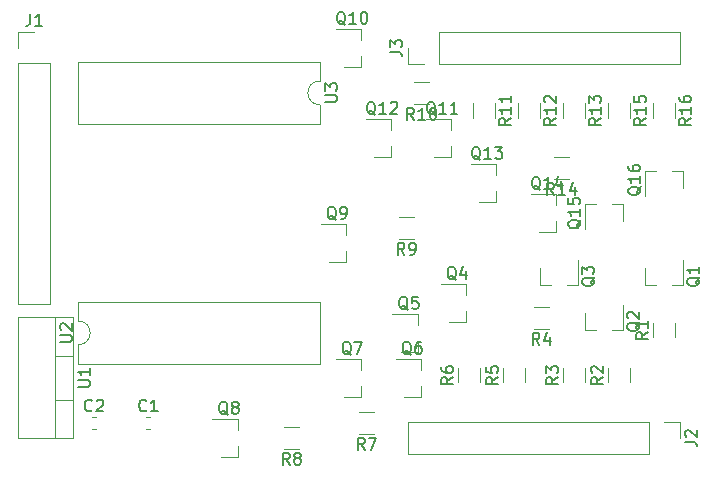
<source format=gto>
G04 #@! TF.GenerationSoftware,KiCad,Pcbnew,5.0.1*
G04 #@! TF.CreationDate,2019-01-20T00:11:34+01:00*
G04 #@! TF.ProjectId,Powerstage,506F77657273746167652E6B69636164,rev?*
G04 #@! TF.SameCoordinates,Original*
G04 #@! TF.FileFunction,Legend,Top*
G04 #@! TF.FilePolarity,Positive*
%FSLAX46Y46*%
G04 Gerber Fmt 4.6, Leading zero omitted, Abs format (unit mm)*
G04 Created by KiCad (PCBNEW 5.0.1) date So 20 Jan 2019 00:11:34 CET*
%MOMM*%
%LPD*%
G01*
G04 APERTURE LIST*
%ADD10C,0.120000*%
%ADD11C,0.150000*%
G04 APERTURE END LIST*
D10*
G04 #@! TO.C,U1*
X113760000Y-101560000D02*
X113760000Y-111800000D01*
X109119000Y-101560000D02*
X109119000Y-111800000D01*
X113760000Y-101560000D02*
X109119000Y-101560000D01*
X113760000Y-111800000D02*
X109119000Y-111800000D01*
X112250000Y-101560000D02*
X112250000Y-111800000D01*
X113760000Y-104830000D02*
X112250000Y-104830000D01*
X113760000Y-108531000D02*
X112250000Y-108531000D01*
G04 #@! TO.C,U2*
X114240000Y-101870000D02*
G75*
G02X114240000Y-103870000I0J-1000000D01*
G01*
X114240000Y-103870000D02*
X114240000Y-105520000D01*
X114240000Y-105520000D02*
X134680000Y-105520000D01*
X134680000Y-105520000D02*
X134680000Y-100220000D01*
X134680000Y-100220000D02*
X114240000Y-100220000D01*
X114240000Y-100220000D02*
X114240000Y-101870000D01*
G04 #@! TO.C,C1*
X120004721Y-111000000D02*
X120330279Y-111000000D01*
X120004721Y-109980000D02*
X120330279Y-109980000D01*
G04 #@! TO.C,C2*
X115407221Y-109980000D02*
X115732779Y-109980000D01*
X115407221Y-111000000D02*
X115732779Y-111000000D01*
G04 #@! TO.C,J1*
X109160000Y-77410000D02*
X110490000Y-77410000D01*
X109160000Y-78740000D02*
X109160000Y-77410000D01*
X109160000Y-80010000D02*
X111820000Y-80010000D01*
X111820000Y-80010000D02*
X111820000Y-100390000D01*
X109160000Y-80010000D02*
X109160000Y-100390000D01*
X109160000Y-100390000D02*
X111820000Y-100390000D01*
G04 #@! TO.C,J2*
X142180000Y-110430000D02*
X142180000Y-113090000D01*
X162560000Y-110430000D02*
X142180000Y-110430000D01*
X162560000Y-113090000D02*
X142180000Y-113090000D01*
X162560000Y-110430000D02*
X162560000Y-113090000D01*
X163830000Y-110430000D02*
X165160000Y-110430000D01*
X165160000Y-110430000D02*
X165160000Y-111760000D01*
G04 #@! TO.C,J3*
X165160000Y-80070000D02*
X165160000Y-77410000D01*
X144780000Y-80070000D02*
X165160000Y-80070000D01*
X144780000Y-77410000D02*
X165160000Y-77410000D01*
X144780000Y-80070000D02*
X144780000Y-77410000D01*
X143510000Y-80070000D02*
X142180000Y-80070000D01*
X142180000Y-80070000D02*
X142180000Y-78740000D01*
G04 #@! TO.C,Q1*
X162250000Y-98820000D02*
X162250000Y-97360000D01*
X165410000Y-98820000D02*
X165410000Y-96660000D01*
X165410000Y-98820000D02*
X164480000Y-98820000D01*
X162250000Y-98820000D02*
X163180000Y-98820000D01*
G04 #@! TO.C,Q2*
X157170000Y-102630000D02*
X157170000Y-101170000D01*
X160330000Y-102630000D02*
X160330000Y-100470000D01*
X160330000Y-102630000D02*
X159400000Y-102630000D01*
X157170000Y-102630000D02*
X158100000Y-102630000D01*
G04 #@! TO.C,Q3*
X153360000Y-98820000D02*
X154290000Y-98820000D01*
X156520000Y-98820000D02*
X155590000Y-98820000D01*
X156520000Y-98820000D02*
X156520000Y-96660000D01*
X153360000Y-98820000D02*
X153360000Y-97360000D01*
G04 #@! TO.C,Q4*
X147080000Y-101910000D02*
X147080000Y-100980000D01*
X147080000Y-98750000D02*
X147080000Y-99680000D01*
X147080000Y-98750000D02*
X144920000Y-98750000D01*
X147080000Y-101910000D02*
X145620000Y-101910000D01*
G04 #@! TO.C,Q5*
X143000000Y-104450000D02*
X141540000Y-104450000D01*
X143000000Y-101290000D02*
X140840000Y-101290000D01*
X143000000Y-101290000D02*
X143000000Y-102220000D01*
X143000000Y-104450000D02*
X143000000Y-103520000D01*
G04 #@! TO.C,Q6*
X143270000Y-108260000D02*
X143270000Y-107330000D01*
X143270000Y-105100000D02*
X143270000Y-106030000D01*
X143270000Y-105100000D02*
X141110000Y-105100000D01*
X143270000Y-108260000D02*
X141810000Y-108260000D01*
G04 #@! TO.C,Q7*
X138190000Y-108260000D02*
X136730000Y-108260000D01*
X138190000Y-105100000D02*
X136030000Y-105100000D01*
X138190000Y-105100000D02*
X138190000Y-106030000D01*
X138190000Y-108260000D02*
X138190000Y-107330000D01*
G04 #@! TO.C,Q8*
X127760000Y-113340000D02*
X127760000Y-112410000D01*
X127760000Y-110180000D02*
X127760000Y-111110000D01*
X127760000Y-110180000D02*
X125600000Y-110180000D01*
X127760000Y-113340000D02*
X126300000Y-113340000D01*
G04 #@! TO.C,Q9*
X136920000Y-96830000D02*
X135460000Y-96830000D01*
X136920000Y-93670000D02*
X134760000Y-93670000D01*
X136920000Y-93670000D02*
X136920000Y-94600000D01*
X136920000Y-96830000D02*
X136920000Y-95900000D01*
G04 #@! TO.C,Q10*
X138190000Y-80320000D02*
X136730000Y-80320000D01*
X138190000Y-77160000D02*
X136030000Y-77160000D01*
X138190000Y-77160000D02*
X138190000Y-78090000D01*
X138190000Y-80320000D02*
X138190000Y-79390000D01*
G04 #@! TO.C,Q11*
X145810000Y-87940000D02*
X145810000Y-87010000D01*
X145810000Y-84780000D02*
X145810000Y-85710000D01*
X145810000Y-84780000D02*
X143650000Y-84780000D01*
X145810000Y-87940000D02*
X144350000Y-87940000D01*
G04 #@! TO.C,Q12*
X140730000Y-87940000D02*
X140730000Y-87010000D01*
X140730000Y-84780000D02*
X140730000Y-85710000D01*
X140730000Y-84780000D02*
X138570000Y-84780000D01*
X140730000Y-87940000D02*
X139270000Y-87940000D01*
G04 #@! TO.C,Q13*
X149620000Y-91750000D02*
X148160000Y-91750000D01*
X149620000Y-88590000D02*
X147460000Y-88590000D01*
X149620000Y-88590000D02*
X149620000Y-89520000D01*
X149620000Y-91750000D02*
X149620000Y-90820000D01*
G04 #@! TO.C,Q14*
X154700000Y-94290000D02*
X154700000Y-93360000D01*
X154700000Y-91130000D02*
X154700000Y-92060000D01*
X154700000Y-91130000D02*
X152540000Y-91130000D01*
X154700000Y-94290000D02*
X153240000Y-94290000D01*
G04 #@! TO.C,Q15*
X160330000Y-91950000D02*
X160330000Y-93410000D01*
X157170000Y-91950000D02*
X157170000Y-94110000D01*
X157170000Y-91950000D02*
X158100000Y-91950000D01*
X160330000Y-91950000D02*
X159400000Y-91950000D01*
G04 #@! TO.C,Q16*
X165410000Y-89140000D02*
X164480000Y-89140000D01*
X162250000Y-89140000D02*
X163180000Y-89140000D01*
X162250000Y-89140000D02*
X162250000Y-91300000D01*
X165410000Y-89140000D02*
X165410000Y-90600000D01*
G04 #@! TO.C,R1*
X164740000Y-103254564D02*
X164740000Y-102050436D01*
X162920000Y-103254564D02*
X162920000Y-102050436D01*
G04 #@! TO.C,R2*
X159110000Y-107064564D02*
X159110000Y-105860436D01*
X160930000Y-107064564D02*
X160930000Y-105860436D01*
G04 #@! TO.C,R3*
X157120000Y-107064564D02*
X157120000Y-105860436D01*
X155300000Y-107064564D02*
X155300000Y-105860436D01*
G04 #@! TO.C,R4*
X154054564Y-102510000D02*
X152850436Y-102510000D01*
X154054564Y-100690000D02*
X152850436Y-100690000D01*
G04 #@! TO.C,R5*
X152040000Y-107064564D02*
X152040000Y-105860436D01*
X150220000Y-107064564D02*
X150220000Y-105860436D01*
G04 #@! TO.C,R6*
X146410000Y-107064564D02*
X146410000Y-105860436D01*
X148230000Y-107064564D02*
X148230000Y-105860436D01*
G04 #@! TO.C,R7*
X139249564Y-111400000D02*
X138045436Y-111400000D01*
X139249564Y-109580000D02*
X138045436Y-109580000D01*
G04 #@! TO.C,R8*
X132899564Y-110850000D02*
X131695436Y-110850000D01*
X132899564Y-112670000D02*
X131695436Y-112670000D01*
G04 #@! TO.C,R9*
X142624564Y-94890000D02*
X141420436Y-94890000D01*
X142624564Y-93070000D02*
X141420436Y-93070000D01*
G04 #@! TO.C,R10*
X143894564Y-81640000D02*
X142690436Y-81640000D01*
X143894564Y-83460000D02*
X142690436Y-83460000D01*
G04 #@! TO.C,R11*
X149500000Y-83435436D02*
X149500000Y-84639564D01*
X147680000Y-83435436D02*
X147680000Y-84639564D01*
G04 #@! TO.C,R12*
X151490000Y-83435436D02*
X151490000Y-84639564D01*
X153310000Y-83435436D02*
X153310000Y-84639564D01*
G04 #@! TO.C,R13*
X157120000Y-83435436D02*
X157120000Y-84639564D01*
X155300000Y-83435436D02*
X155300000Y-84639564D01*
G04 #@! TO.C,R14*
X155759564Y-87990000D02*
X154555436Y-87990000D01*
X155759564Y-89810000D02*
X154555436Y-89810000D01*
G04 #@! TO.C,R15*
X160930000Y-83435436D02*
X160930000Y-84639564D01*
X159110000Y-83435436D02*
X159110000Y-84639564D01*
G04 #@! TO.C,R16*
X162920000Y-83435436D02*
X162920000Y-84639564D01*
X164740000Y-83435436D02*
X164740000Y-84639564D01*
G04 #@! TO.C,U3*
X134680000Y-85200000D02*
X134680000Y-83550000D01*
X114240000Y-85200000D02*
X134680000Y-85200000D01*
X114240000Y-79900000D02*
X114240000Y-85200000D01*
X134680000Y-79900000D02*
X114240000Y-79900000D01*
X134680000Y-81550000D02*
X134680000Y-79900000D01*
X134680000Y-83550000D02*
G75*
G02X134680000Y-81550000I0J1000000D01*
G01*
G04 #@! TO.C,U1*
D11*
X114212380Y-107441904D02*
X115021904Y-107441904D01*
X115117142Y-107394285D01*
X115164761Y-107346666D01*
X115212380Y-107251428D01*
X115212380Y-107060952D01*
X115164761Y-106965714D01*
X115117142Y-106918095D01*
X115021904Y-106870476D01*
X114212380Y-106870476D01*
X115212380Y-105870476D02*
X115212380Y-106441904D01*
X115212380Y-106156190D02*
X114212380Y-106156190D01*
X114355238Y-106251428D01*
X114450476Y-106346666D01*
X114498095Y-106441904D01*
G04 #@! TO.C,U2*
X112692380Y-103631904D02*
X113501904Y-103631904D01*
X113597142Y-103584285D01*
X113644761Y-103536666D01*
X113692380Y-103441428D01*
X113692380Y-103250952D01*
X113644761Y-103155714D01*
X113597142Y-103108095D01*
X113501904Y-103060476D01*
X112692380Y-103060476D01*
X112787619Y-102631904D02*
X112740000Y-102584285D01*
X112692380Y-102489047D01*
X112692380Y-102250952D01*
X112740000Y-102155714D01*
X112787619Y-102108095D01*
X112882857Y-102060476D01*
X112978095Y-102060476D01*
X113120952Y-102108095D01*
X113692380Y-102679523D01*
X113692380Y-102060476D01*
G04 #@! TO.C,C1*
X120000833Y-109417142D02*
X119953214Y-109464761D01*
X119810357Y-109512380D01*
X119715119Y-109512380D01*
X119572261Y-109464761D01*
X119477023Y-109369523D01*
X119429404Y-109274285D01*
X119381785Y-109083809D01*
X119381785Y-108940952D01*
X119429404Y-108750476D01*
X119477023Y-108655238D01*
X119572261Y-108560000D01*
X119715119Y-108512380D01*
X119810357Y-108512380D01*
X119953214Y-108560000D01*
X120000833Y-108607619D01*
X120953214Y-109512380D02*
X120381785Y-109512380D01*
X120667500Y-109512380D02*
X120667500Y-108512380D01*
X120572261Y-108655238D01*
X120477023Y-108750476D01*
X120381785Y-108798095D01*
G04 #@! TO.C,C2*
X115403333Y-109417142D02*
X115355714Y-109464761D01*
X115212857Y-109512380D01*
X115117619Y-109512380D01*
X114974761Y-109464761D01*
X114879523Y-109369523D01*
X114831904Y-109274285D01*
X114784285Y-109083809D01*
X114784285Y-108940952D01*
X114831904Y-108750476D01*
X114879523Y-108655238D01*
X114974761Y-108560000D01*
X115117619Y-108512380D01*
X115212857Y-108512380D01*
X115355714Y-108560000D01*
X115403333Y-108607619D01*
X115784285Y-108607619D02*
X115831904Y-108560000D01*
X115927142Y-108512380D01*
X116165238Y-108512380D01*
X116260476Y-108560000D01*
X116308095Y-108607619D01*
X116355714Y-108702857D01*
X116355714Y-108798095D01*
X116308095Y-108940952D01*
X115736666Y-109512380D01*
X116355714Y-109512380D01*
G04 #@! TO.C,J1*
X110156666Y-75862380D02*
X110156666Y-76576666D01*
X110109047Y-76719523D01*
X110013809Y-76814761D01*
X109870952Y-76862380D01*
X109775714Y-76862380D01*
X111156666Y-76862380D02*
X110585238Y-76862380D01*
X110870952Y-76862380D02*
X110870952Y-75862380D01*
X110775714Y-76005238D01*
X110680476Y-76100476D01*
X110585238Y-76148095D01*
G04 #@! TO.C,J2*
X165612380Y-112093333D02*
X166326666Y-112093333D01*
X166469523Y-112140952D01*
X166564761Y-112236190D01*
X166612380Y-112379047D01*
X166612380Y-112474285D01*
X165707619Y-111664761D02*
X165660000Y-111617142D01*
X165612380Y-111521904D01*
X165612380Y-111283809D01*
X165660000Y-111188571D01*
X165707619Y-111140952D01*
X165802857Y-111093333D01*
X165898095Y-111093333D01*
X166040952Y-111140952D01*
X166612380Y-111712380D01*
X166612380Y-111093333D01*
G04 #@! TO.C,J3*
X140632380Y-79073333D02*
X141346666Y-79073333D01*
X141489523Y-79120952D01*
X141584761Y-79216190D01*
X141632380Y-79359047D01*
X141632380Y-79454285D01*
X140632380Y-78692380D02*
X140632380Y-78073333D01*
X141013333Y-78406666D01*
X141013333Y-78263809D01*
X141060952Y-78168571D01*
X141108571Y-78120952D01*
X141203809Y-78073333D01*
X141441904Y-78073333D01*
X141537142Y-78120952D01*
X141584761Y-78168571D01*
X141632380Y-78263809D01*
X141632380Y-78549523D01*
X141584761Y-78644761D01*
X141537142Y-78692380D01*
G04 #@! TO.C,Q1*
X166877619Y-98155238D02*
X166830000Y-98250476D01*
X166734761Y-98345714D01*
X166591904Y-98488571D01*
X166544285Y-98583809D01*
X166544285Y-98679047D01*
X166782380Y-98631428D02*
X166734761Y-98726666D01*
X166639523Y-98821904D01*
X166449047Y-98869523D01*
X166115714Y-98869523D01*
X165925238Y-98821904D01*
X165830000Y-98726666D01*
X165782380Y-98631428D01*
X165782380Y-98440952D01*
X165830000Y-98345714D01*
X165925238Y-98250476D01*
X166115714Y-98202857D01*
X166449047Y-98202857D01*
X166639523Y-98250476D01*
X166734761Y-98345714D01*
X166782380Y-98440952D01*
X166782380Y-98631428D01*
X166782380Y-97250476D02*
X166782380Y-97821904D01*
X166782380Y-97536190D02*
X165782380Y-97536190D01*
X165925238Y-97631428D01*
X166020476Y-97726666D01*
X166068095Y-97821904D01*
G04 #@! TO.C,Q2*
X161797619Y-101965238D02*
X161750000Y-102060476D01*
X161654761Y-102155714D01*
X161511904Y-102298571D01*
X161464285Y-102393809D01*
X161464285Y-102489047D01*
X161702380Y-102441428D02*
X161654761Y-102536666D01*
X161559523Y-102631904D01*
X161369047Y-102679523D01*
X161035714Y-102679523D01*
X160845238Y-102631904D01*
X160750000Y-102536666D01*
X160702380Y-102441428D01*
X160702380Y-102250952D01*
X160750000Y-102155714D01*
X160845238Y-102060476D01*
X161035714Y-102012857D01*
X161369047Y-102012857D01*
X161559523Y-102060476D01*
X161654761Y-102155714D01*
X161702380Y-102250952D01*
X161702380Y-102441428D01*
X160797619Y-101631904D02*
X160750000Y-101584285D01*
X160702380Y-101489047D01*
X160702380Y-101250952D01*
X160750000Y-101155714D01*
X160797619Y-101108095D01*
X160892857Y-101060476D01*
X160988095Y-101060476D01*
X161130952Y-101108095D01*
X161702380Y-101679523D01*
X161702380Y-101060476D01*
G04 #@! TO.C,Q3*
X157987619Y-98155238D02*
X157940000Y-98250476D01*
X157844761Y-98345714D01*
X157701904Y-98488571D01*
X157654285Y-98583809D01*
X157654285Y-98679047D01*
X157892380Y-98631428D02*
X157844761Y-98726666D01*
X157749523Y-98821904D01*
X157559047Y-98869523D01*
X157225714Y-98869523D01*
X157035238Y-98821904D01*
X156940000Y-98726666D01*
X156892380Y-98631428D01*
X156892380Y-98440952D01*
X156940000Y-98345714D01*
X157035238Y-98250476D01*
X157225714Y-98202857D01*
X157559047Y-98202857D01*
X157749523Y-98250476D01*
X157844761Y-98345714D01*
X157892380Y-98440952D01*
X157892380Y-98631428D01*
X156892380Y-97869523D02*
X156892380Y-97250476D01*
X157273333Y-97583809D01*
X157273333Y-97440952D01*
X157320952Y-97345714D01*
X157368571Y-97298095D01*
X157463809Y-97250476D01*
X157701904Y-97250476D01*
X157797142Y-97298095D01*
X157844761Y-97345714D01*
X157892380Y-97440952D01*
X157892380Y-97726666D01*
X157844761Y-97821904D01*
X157797142Y-97869523D01*
G04 #@! TO.C,Q4*
X146224761Y-98377619D02*
X146129523Y-98330000D01*
X146034285Y-98234761D01*
X145891428Y-98091904D01*
X145796190Y-98044285D01*
X145700952Y-98044285D01*
X145748571Y-98282380D02*
X145653333Y-98234761D01*
X145558095Y-98139523D01*
X145510476Y-97949047D01*
X145510476Y-97615714D01*
X145558095Y-97425238D01*
X145653333Y-97330000D01*
X145748571Y-97282380D01*
X145939047Y-97282380D01*
X146034285Y-97330000D01*
X146129523Y-97425238D01*
X146177142Y-97615714D01*
X146177142Y-97949047D01*
X146129523Y-98139523D01*
X146034285Y-98234761D01*
X145939047Y-98282380D01*
X145748571Y-98282380D01*
X147034285Y-97615714D02*
X147034285Y-98282380D01*
X146796190Y-97234761D02*
X146558095Y-97949047D01*
X147177142Y-97949047D01*
G04 #@! TO.C,Q5*
X142144761Y-100917619D02*
X142049523Y-100870000D01*
X141954285Y-100774761D01*
X141811428Y-100631904D01*
X141716190Y-100584285D01*
X141620952Y-100584285D01*
X141668571Y-100822380D02*
X141573333Y-100774761D01*
X141478095Y-100679523D01*
X141430476Y-100489047D01*
X141430476Y-100155714D01*
X141478095Y-99965238D01*
X141573333Y-99870000D01*
X141668571Y-99822380D01*
X141859047Y-99822380D01*
X141954285Y-99870000D01*
X142049523Y-99965238D01*
X142097142Y-100155714D01*
X142097142Y-100489047D01*
X142049523Y-100679523D01*
X141954285Y-100774761D01*
X141859047Y-100822380D01*
X141668571Y-100822380D01*
X143001904Y-99822380D02*
X142525714Y-99822380D01*
X142478095Y-100298571D01*
X142525714Y-100250952D01*
X142620952Y-100203333D01*
X142859047Y-100203333D01*
X142954285Y-100250952D01*
X143001904Y-100298571D01*
X143049523Y-100393809D01*
X143049523Y-100631904D01*
X143001904Y-100727142D01*
X142954285Y-100774761D01*
X142859047Y-100822380D01*
X142620952Y-100822380D01*
X142525714Y-100774761D01*
X142478095Y-100727142D01*
G04 #@! TO.C,Q6*
X142414761Y-104727619D02*
X142319523Y-104680000D01*
X142224285Y-104584761D01*
X142081428Y-104441904D01*
X141986190Y-104394285D01*
X141890952Y-104394285D01*
X141938571Y-104632380D02*
X141843333Y-104584761D01*
X141748095Y-104489523D01*
X141700476Y-104299047D01*
X141700476Y-103965714D01*
X141748095Y-103775238D01*
X141843333Y-103680000D01*
X141938571Y-103632380D01*
X142129047Y-103632380D01*
X142224285Y-103680000D01*
X142319523Y-103775238D01*
X142367142Y-103965714D01*
X142367142Y-104299047D01*
X142319523Y-104489523D01*
X142224285Y-104584761D01*
X142129047Y-104632380D01*
X141938571Y-104632380D01*
X143224285Y-103632380D02*
X143033809Y-103632380D01*
X142938571Y-103680000D01*
X142890952Y-103727619D01*
X142795714Y-103870476D01*
X142748095Y-104060952D01*
X142748095Y-104441904D01*
X142795714Y-104537142D01*
X142843333Y-104584761D01*
X142938571Y-104632380D01*
X143129047Y-104632380D01*
X143224285Y-104584761D01*
X143271904Y-104537142D01*
X143319523Y-104441904D01*
X143319523Y-104203809D01*
X143271904Y-104108571D01*
X143224285Y-104060952D01*
X143129047Y-104013333D01*
X142938571Y-104013333D01*
X142843333Y-104060952D01*
X142795714Y-104108571D01*
X142748095Y-104203809D01*
G04 #@! TO.C,Q7*
X137334761Y-104727619D02*
X137239523Y-104680000D01*
X137144285Y-104584761D01*
X137001428Y-104441904D01*
X136906190Y-104394285D01*
X136810952Y-104394285D01*
X136858571Y-104632380D02*
X136763333Y-104584761D01*
X136668095Y-104489523D01*
X136620476Y-104299047D01*
X136620476Y-103965714D01*
X136668095Y-103775238D01*
X136763333Y-103680000D01*
X136858571Y-103632380D01*
X137049047Y-103632380D01*
X137144285Y-103680000D01*
X137239523Y-103775238D01*
X137287142Y-103965714D01*
X137287142Y-104299047D01*
X137239523Y-104489523D01*
X137144285Y-104584761D01*
X137049047Y-104632380D01*
X136858571Y-104632380D01*
X137620476Y-103632380D02*
X138287142Y-103632380D01*
X137858571Y-104632380D01*
G04 #@! TO.C,Q8*
X126904761Y-109807619D02*
X126809523Y-109760000D01*
X126714285Y-109664761D01*
X126571428Y-109521904D01*
X126476190Y-109474285D01*
X126380952Y-109474285D01*
X126428571Y-109712380D02*
X126333333Y-109664761D01*
X126238095Y-109569523D01*
X126190476Y-109379047D01*
X126190476Y-109045714D01*
X126238095Y-108855238D01*
X126333333Y-108760000D01*
X126428571Y-108712380D01*
X126619047Y-108712380D01*
X126714285Y-108760000D01*
X126809523Y-108855238D01*
X126857142Y-109045714D01*
X126857142Y-109379047D01*
X126809523Y-109569523D01*
X126714285Y-109664761D01*
X126619047Y-109712380D01*
X126428571Y-109712380D01*
X127428571Y-109140952D02*
X127333333Y-109093333D01*
X127285714Y-109045714D01*
X127238095Y-108950476D01*
X127238095Y-108902857D01*
X127285714Y-108807619D01*
X127333333Y-108760000D01*
X127428571Y-108712380D01*
X127619047Y-108712380D01*
X127714285Y-108760000D01*
X127761904Y-108807619D01*
X127809523Y-108902857D01*
X127809523Y-108950476D01*
X127761904Y-109045714D01*
X127714285Y-109093333D01*
X127619047Y-109140952D01*
X127428571Y-109140952D01*
X127333333Y-109188571D01*
X127285714Y-109236190D01*
X127238095Y-109331428D01*
X127238095Y-109521904D01*
X127285714Y-109617142D01*
X127333333Y-109664761D01*
X127428571Y-109712380D01*
X127619047Y-109712380D01*
X127714285Y-109664761D01*
X127761904Y-109617142D01*
X127809523Y-109521904D01*
X127809523Y-109331428D01*
X127761904Y-109236190D01*
X127714285Y-109188571D01*
X127619047Y-109140952D01*
G04 #@! TO.C,Q9*
X136064761Y-93297619D02*
X135969523Y-93250000D01*
X135874285Y-93154761D01*
X135731428Y-93011904D01*
X135636190Y-92964285D01*
X135540952Y-92964285D01*
X135588571Y-93202380D02*
X135493333Y-93154761D01*
X135398095Y-93059523D01*
X135350476Y-92869047D01*
X135350476Y-92535714D01*
X135398095Y-92345238D01*
X135493333Y-92250000D01*
X135588571Y-92202380D01*
X135779047Y-92202380D01*
X135874285Y-92250000D01*
X135969523Y-92345238D01*
X136017142Y-92535714D01*
X136017142Y-92869047D01*
X135969523Y-93059523D01*
X135874285Y-93154761D01*
X135779047Y-93202380D01*
X135588571Y-93202380D01*
X136493333Y-93202380D02*
X136683809Y-93202380D01*
X136779047Y-93154761D01*
X136826666Y-93107142D01*
X136921904Y-92964285D01*
X136969523Y-92773809D01*
X136969523Y-92392857D01*
X136921904Y-92297619D01*
X136874285Y-92250000D01*
X136779047Y-92202380D01*
X136588571Y-92202380D01*
X136493333Y-92250000D01*
X136445714Y-92297619D01*
X136398095Y-92392857D01*
X136398095Y-92630952D01*
X136445714Y-92726190D01*
X136493333Y-92773809D01*
X136588571Y-92821428D01*
X136779047Y-92821428D01*
X136874285Y-92773809D01*
X136921904Y-92726190D01*
X136969523Y-92630952D01*
G04 #@! TO.C,Q10*
X136858571Y-76787619D02*
X136763333Y-76740000D01*
X136668095Y-76644761D01*
X136525238Y-76501904D01*
X136430000Y-76454285D01*
X136334761Y-76454285D01*
X136382380Y-76692380D02*
X136287142Y-76644761D01*
X136191904Y-76549523D01*
X136144285Y-76359047D01*
X136144285Y-76025714D01*
X136191904Y-75835238D01*
X136287142Y-75740000D01*
X136382380Y-75692380D01*
X136572857Y-75692380D01*
X136668095Y-75740000D01*
X136763333Y-75835238D01*
X136810952Y-76025714D01*
X136810952Y-76359047D01*
X136763333Y-76549523D01*
X136668095Y-76644761D01*
X136572857Y-76692380D01*
X136382380Y-76692380D01*
X137763333Y-76692380D02*
X137191904Y-76692380D01*
X137477619Y-76692380D02*
X137477619Y-75692380D01*
X137382380Y-75835238D01*
X137287142Y-75930476D01*
X137191904Y-75978095D01*
X138382380Y-75692380D02*
X138477619Y-75692380D01*
X138572857Y-75740000D01*
X138620476Y-75787619D01*
X138668095Y-75882857D01*
X138715714Y-76073333D01*
X138715714Y-76311428D01*
X138668095Y-76501904D01*
X138620476Y-76597142D01*
X138572857Y-76644761D01*
X138477619Y-76692380D01*
X138382380Y-76692380D01*
X138287142Y-76644761D01*
X138239523Y-76597142D01*
X138191904Y-76501904D01*
X138144285Y-76311428D01*
X138144285Y-76073333D01*
X138191904Y-75882857D01*
X138239523Y-75787619D01*
X138287142Y-75740000D01*
X138382380Y-75692380D01*
G04 #@! TO.C,Q11*
X144478571Y-84407619D02*
X144383333Y-84360000D01*
X144288095Y-84264761D01*
X144145238Y-84121904D01*
X144050000Y-84074285D01*
X143954761Y-84074285D01*
X144002380Y-84312380D02*
X143907142Y-84264761D01*
X143811904Y-84169523D01*
X143764285Y-83979047D01*
X143764285Y-83645714D01*
X143811904Y-83455238D01*
X143907142Y-83360000D01*
X144002380Y-83312380D01*
X144192857Y-83312380D01*
X144288095Y-83360000D01*
X144383333Y-83455238D01*
X144430952Y-83645714D01*
X144430952Y-83979047D01*
X144383333Y-84169523D01*
X144288095Y-84264761D01*
X144192857Y-84312380D01*
X144002380Y-84312380D01*
X145383333Y-84312380D02*
X144811904Y-84312380D01*
X145097619Y-84312380D02*
X145097619Y-83312380D01*
X145002380Y-83455238D01*
X144907142Y-83550476D01*
X144811904Y-83598095D01*
X146335714Y-84312380D02*
X145764285Y-84312380D01*
X146050000Y-84312380D02*
X146050000Y-83312380D01*
X145954761Y-83455238D01*
X145859523Y-83550476D01*
X145764285Y-83598095D01*
G04 #@! TO.C,Q12*
X139398571Y-84407619D02*
X139303333Y-84360000D01*
X139208095Y-84264761D01*
X139065238Y-84121904D01*
X138970000Y-84074285D01*
X138874761Y-84074285D01*
X138922380Y-84312380D02*
X138827142Y-84264761D01*
X138731904Y-84169523D01*
X138684285Y-83979047D01*
X138684285Y-83645714D01*
X138731904Y-83455238D01*
X138827142Y-83360000D01*
X138922380Y-83312380D01*
X139112857Y-83312380D01*
X139208095Y-83360000D01*
X139303333Y-83455238D01*
X139350952Y-83645714D01*
X139350952Y-83979047D01*
X139303333Y-84169523D01*
X139208095Y-84264761D01*
X139112857Y-84312380D01*
X138922380Y-84312380D01*
X140303333Y-84312380D02*
X139731904Y-84312380D01*
X140017619Y-84312380D02*
X140017619Y-83312380D01*
X139922380Y-83455238D01*
X139827142Y-83550476D01*
X139731904Y-83598095D01*
X140684285Y-83407619D02*
X140731904Y-83360000D01*
X140827142Y-83312380D01*
X141065238Y-83312380D01*
X141160476Y-83360000D01*
X141208095Y-83407619D01*
X141255714Y-83502857D01*
X141255714Y-83598095D01*
X141208095Y-83740952D01*
X140636666Y-84312380D01*
X141255714Y-84312380D01*
G04 #@! TO.C,Q13*
X148288571Y-88217619D02*
X148193333Y-88170000D01*
X148098095Y-88074761D01*
X147955238Y-87931904D01*
X147860000Y-87884285D01*
X147764761Y-87884285D01*
X147812380Y-88122380D02*
X147717142Y-88074761D01*
X147621904Y-87979523D01*
X147574285Y-87789047D01*
X147574285Y-87455714D01*
X147621904Y-87265238D01*
X147717142Y-87170000D01*
X147812380Y-87122380D01*
X148002857Y-87122380D01*
X148098095Y-87170000D01*
X148193333Y-87265238D01*
X148240952Y-87455714D01*
X148240952Y-87789047D01*
X148193333Y-87979523D01*
X148098095Y-88074761D01*
X148002857Y-88122380D01*
X147812380Y-88122380D01*
X149193333Y-88122380D02*
X148621904Y-88122380D01*
X148907619Y-88122380D02*
X148907619Y-87122380D01*
X148812380Y-87265238D01*
X148717142Y-87360476D01*
X148621904Y-87408095D01*
X149526666Y-87122380D02*
X150145714Y-87122380D01*
X149812380Y-87503333D01*
X149955238Y-87503333D01*
X150050476Y-87550952D01*
X150098095Y-87598571D01*
X150145714Y-87693809D01*
X150145714Y-87931904D01*
X150098095Y-88027142D01*
X150050476Y-88074761D01*
X149955238Y-88122380D01*
X149669523Y-88122380D01*
X149574285Y-88074761D01*
X149526666Y-88027142D01*
G04 #@! TO.C,Q14*
X153368571Y-90757619D02*
X153273333Y-90710000D01*
X153178095Y-90614761D01*
X153035238Y-90471904D01*
X152940000Y-90424285D01*
X152844761Y-90424285D01*
X152892380Y-90662380D02*
X152797142Y-90614761D01*
X152701904Y-90519523D01*
X152654285Y-90329047D01*
X152654285Y-89995714D01*
X152701904Y-89805238D01*
X152797142Y-89710000D01*
X152892380Y-89662380D01*
X153082857Y-89662380D01*
X153178095Y-89710000D01*
X153273333Y-89805238D01*
X153320952Y-89995714D01*
X153320952Y-90329047D01*
X153273333Y-90519523D01*
X153178095Y-90614761D01*
X153082857Y-90662380D01*
X152892380Y-90662380D01*
X154273333Y-90662380D02*
X153701904Y-90662380D01*
X153987619Y-90662380D02*
X153987619Y-89662380D01*
X153892380Y-89805238D01*
X153797142Y-89900476D01*
X153701904Y-89948095D01*
X155130476Y-89995714D02*
X155130476Y-90662380D01*
X154892380Y-89614761D02*
X154654285Y-90329047D01*
X155273333Y-90329047D01*
G04 #@! TO.C,Q15*
X156797619Y-93281428D02*
X156750000Y-93376666D01*
X156654761Y-93471904D01*
X156511904Y-93614761D01*
X156464285Y-93710000D01*
X156464285Y-93805238D01*
X156702380Y-93757619D02*
X156654761Y-93852857D01*
X156559523Y-93948095D01*
X156369047Y-93995714D01*
X156035714Y-93995714D01*
X155845238Y-93948095D01*
X155750000Y-93852857D01*
X155702380Y-93757619D01*
X155702380Y-93567142D01*
X155750000Y-93471904D01*
X155845238Y-93376666D01*
X156035714Y-93329047D01*
X156369047Y-93329047D01*
X156559523Y-93376666D01*
X156654761Y-93471904D01*
X156702380Y-93567142D01*
X156702380Y-93757619D01*
X156702380Y-92376666D02*
X156702380Y-92948095D01*
X156702380Y-92662380D02*
X155702380Y-92662380D01*
X155845238Y-92757619D01*
X155940476Y-92852857D01*
X155988095Y-92948095D01*
X155702380Y-91471904D02*
X155702380Y-91948095D01*
X156178571Y-91995714D01*
X156130952Y-91948095D01*
X156083333Y-91852857D01*
X156083333Y-91614761D01*
X156130952Y-91519523D01*
X156178571Y-91471904D01*
X156273809Y-91424285D01*
X156511904Y-91424285D01*
X156607142Y-91471904D01*
X156654761Y-91519523D01*
X156702380Y-91614761D01*
X156702380Y-91852857D01*
X156654761Y-91948095D01*
X156607142Y-91995714D01*
G04 #@! TO.C,Q16*
X161877619Y-90471428D02*
X161830000Y-90566666D01*
X161734761Y-90661904D01*
X161591904Y-90804761D01*
X161544285Y-90900000D01*
X161544285Y-90995238D01*
X161782380Y-90947619D02*
X161734761Y-91042857D01*
X161639523Y-91138095D01*
X161449047Y-91185714D01*
X161115714Y-91185714D01*
X160925238Y-91138095D01*
X160830000Y-91042857D01*
X160782380Y-90947619D01*
X160782380Y-90757142D01*
X160830000Y-90661904D01*
X160925238Y-90566666D01*
X161115714Y-90519047D01*
X161449047Y-90519047D01*
X161639523Y-90566666D01*
X161734761Y-90661904D01*
X161782380Y-90757142D01*
X161782380Y-90947619D01*
X161782380Y-89566666D02*
X161782380Y-90138095D01*
X161782380Y-89852380D02*
X160782380Y-89852380D01*
X160925238Y-89947619D01*
X161020476Y-90042857D01*
X161068095Y-90138095D01*
X160782380Y-88709523D02*
X160782380Y-88900000D01*
X160830000Y-88995238D01*
X160877619Y-89042857D01*
X161020476Y-89138095D01*
X161210952Y-89185714D01*
X161591904Y-89185714D01*
X161687142Y-89138095D01*
X161734761Y-89090476D01*
X161782380Y-88995238D01*
X161782380Y-88804761D01*
X161734761Y-88709523D01*
X161687142Y-88661904D01*
X161591904Y-88614285D01*
X161353809Y-88614285D01*
X161258571Y-88661904D01*
X161210952Y-88709523D01*
X161163333Y-88804761D01*
X161163333Y-88995238D01*
X161210952Y-89090476D01*
X161258571Y-89138095D01*
X161353809Y-89185714D01*
G04 #@! TO.C,R1*
X162462380Y-102819166D02*
X161986190Y-103152500D01*
X162462380Y-103390595D02*
X161462380Y-103390595D01*
X161462380Y-103009642D01*
X161510000Y-102914404D01*
X161557619Y-102866785D01*
X161652857Y-102819166D01*
X161795714Y-102819166D01*
X161890952Y-102866785D01*
X161938571Y-102914404D01*
X161986190Y-103009642D01*
X161986190Y-103390595D01*
X162462380Y-101866785D02*
X162462380Y-102438214D01*
X162462380Y-102152500D02*
X161462380Y-102152500D01*
X161605238Y-102247738D01*
X161700476Y-102342976D01*
X161748095Y-102438214D01*
G04 #@! TO.C,R2*
X158652380Y-106629166D02*
X158176190Y-106962500D01*
X158652380Y-107200595D02*
X157652380Y-107200595D01*
X157652380Y-106819642D01*
X157700000Y-106724404D01*
X157747619Y-106676785D01*
X157842857Y-106629166D01*
X157985714Y-106629166D01*
X158080952Y-106676785D01*
X158128571Y-106724404D01*
X158176190Y-106819642D01*
X158176190Y-107200595D01*
X157747619Y-106248214D02*
X157700000Y-106200595D01*
X157652380Y-106105357D01*
X157652380Y-105867261D01*
X157700000Y-105772023D01*
X157747619Y-105724404D01*
X157842857Y-105676785D01*
X157938095Y-105676785D01*
X158080952Y-105724404D01*
X158652380Y-106295833D01*
X158652380Y-105676785D01*
G04 #@! TO.C,R3*
X154842380Y-106629166D02*
X154366190Y-106962500D01*
X154842380Y-107200595D02*
X153842380Y-107200595D01*
X153842380Y-106819642D01*
X153890000Y-106724404D01*
X153937619Y-106676785D01*
X154032857Y-106629166D01*
X154175714Y-106629166D01*
X154270952Y-106676785D01*
X154318571Y-106724404D01*
X154366190Y-106819642D01*
X154366190Y-107200595D01*
X153842380Y-106295833D02*
X153842380Y-105676785D01*
X154223333Y-106010119D01*
X154223333Y-105867261D01*
X154270952Y-105772023D01*
X154318571Y-105724404D01*
X154413809Y-105676785D01*
X154651904Y-105676785D01*
X154747142Y-105724404D01*
X154794761Y-105772023D01*
X154842380Y-105867261D01*
X154842380Y-106152976D01*
X154794761Y-106248214D01*
X154747142Y-106295833D01*
G04 #@! TO.C,R4*
X153285833Y-103872380D02*
X152952500Y-103396190D01*
X152714404Y-103872380D02*
X152714404Y-102872380D01*
X153095357Y-102872380D01*
X153190595Y-102920000D01*
X153238214Y-102967619D01*
X153285833Y-103062857D01*
X153285833Y-103205714D01*
X153238214Y-103300952D01*
X153190595Y-103348571D01*
X153095357Y-103396190D01*
X152714404Y-103396190D01*
X154142976Y-103205714D02*
X154142976Y-103872380D01*
X153904880Y-102824761D02*
X153666785Y-103539047D01*
X154285833Y-103539047D01*
G04 #@! TO.C,R5*
X149762380Y-106629166D02*
X149286190Y-106962500D01*
X149762380Y-107200595D02*
X148762380Y-107200595D01*
X148762380Y-106819642D01*
X148810000Y-106724404D01*
X148857619Y-106676785D01*
X148952857Y-106629166D01*
X149095714Y-106629166D01*
X149190952Y-106676785D01*
X149238571Y-106724404D01*
X149286190Y-106819642D01*
X149286190Y-107200595D01*
X148762380Y-105724404D02*
X148762380Y-106200595D01*
X149238571Y-106248214D01*
X149190952Y-106200595D01*
X149143333Y-106105357D01*
X149143333Y-105867261D01*
X149190952Y-105772023D01*
X149238571Y-105724404D01*
X149333809Y-105676785D01*
X149571904Y-105676785D01*
X149667142Y-105724404D01*
X149714761Y-105772023D01*
X149762380Y-105867261D01*
X149762380Y-106105357D01*
X149714761Y-106200595D01*
X149667142Y-106248214D01*
G04 #@! TO.C,R6*
X145952380Y-106629166D02*
X145476190Y-106962500D01*
X145952380Y-107200595D02*
X144952380Y-107200595D01*
X144952380Y-106819642D01*
X145000000Y-106724404D01*
X145047619Y-106676785D01*
X145142857Y-106629166D01*
X145285714Y-106629166D01*
X145380952Y-106676785D01*
X145428571Y-106724404D01*
X145476190Y-106819642D01*
X145476190Y-107200595D01*
X144952380Y-105772023D02*
X144952380Y-105962500D01*
X145000000Y-106057738D01*
X145047619Y-106105357D01*
X145190476Y-106200595D01*
X145380952Y-106248214D01*
X145761904Y-106248214D01*
X145857142Y-106200595D01*
X145904761Y-106152976D01*
X145952380Y-106057738D01*
X145952380Y-105867261D01*
X145904761Y-105772023D01*
X145857142Y-105724404D01*
X145761904Y-105676785D01*
X145523809Y-105676785D01*
X145428571Y-105724404D01*
X145380952Y-105772023D01*
X145333333Y-105867261D01*
X145333333Y-106057738D01*
X145380952Y-106152976D01*
X145428571Y-106200595D01*
X145523809Y-106248214D01*
G04 #@! TO.C,R7*
X138480833Y-112762380D02*
X138147500Y-112286190D01*
X137909404Y-112762380D02*
X137909404Y-111762380D01*
X138290357Y-111762380D01*
X138385595Y-111810000D01*
X138433214Y-111857619D01*
X138480833Y-111952857D01*
X138480833Y-112095714D01*
X138433214Y-112190952D01*
X138385595Y-112238571D01*
X138290357Y-112286190D01*
X137909404Y-112286190D01*
X138814166Y-111762380D02*
X139480833Y-111762380D01*
X139052261Y-112762380D01*
G04 #@! TO.C,R8*
X132130833Y-114032380D02*
X131797500Y-113556190D01*
X131559404Y-114032380D02*
X131559404Y-113032380D01*
X131940357Y-113032380D01*
X132035595Y-113080000D01*
X132083214Y-113127619D01*
X132130833Y-113222857D01*
X132130833Y-113365714D01*
X132083214Y-113460952D01*
X132035595Y-113508571D01*
X131940357Y-113556190D01*
X131559404Y-113556190D01*
X132702261Y-113460952D02*
X132607023Y-113413333D01*
X132559404Y-113365714D01*
X132511785Y-113270476D01*
X132511785Y-113222857D01*
X132559404Y-113127619D01*
X132607023Y-113080000D01*
X132702261Y-113032380D01*
X132892738Y-113032380D01*
X132987976Y-113080000D01*
X133035595Y-113127619D01*
X133083214Y-113222857D01*
X133083214Y-113270476D01*
X133035595Y-113365714D01*
X132987976Y-113413333D01*
X132892738Y-113460952D01*
X132702261Y-113460952D01*
X132607023Y-113508571D01*
X132559404Y-113556190D01*
X132511785Y-113651428D01*
X132511785Y-113841904D01*
X132559404Y-113937142D01*
X132607023Y-113984761D01*
X132702261Y-114032380D01*
X132892738Y-114032380D01*
X132987976Y-113984761D01*
X133035595Y-113937142D01*
X133083214Y-113841904D01*
X133083214Y-113651428D01*
X133035595Y-113556190D01*
X132987976Y-113508571D01*
X132892738Y-113460952D01*
G04 #@! TO.C,R9*
X141855833Y-96252380D02*
X141522500Y-95776190D01*
X141284404Y-96252380D02*
X141284404Y-95252380D01*
X141665357Y-95252380D01*
X141760595Y-95300000D01*
X141808214Y-95347619D01*
X141855833Y-95442857D01*
X141855833Y-95585714D01*
X141808214Y-95680952D01*
X141760595Y-95728571D01*
X141665357Y-95776190D01*
X141284404Y-95776190D01*
X142332023Y-96252380D02*
X142522500Y-96252380D01*
X142617738Y-96204761D01*
X142665357Y-96157142D01*
X142760595Y-96014285D01*
X142808214Y-95823809D01*
X142808214Y-95442857D01*
X142760595Y-95347619D01*
X142712976Y-95300000D01*
X142617738Y-95252380D01*
X142427261Y-95252380D01*
X142332023Y-95300000D01*
X142284404Y-95347619D01*
X142236785Y-95442857D01*
X142236785Y-95680952D01*
X142284404Y-95776190D01*
X142332023Y-95823809D01*
X142427261Y-95871428D01*
X142617738Y-95871428D01*
X142712976Y-95823809D01*
X142760595Y-95776190D01*
X142808214Y-95680952D01*
G04 #@! TO.C,R10*
X142649642Y-84822380D02*
X142316309Y-84346190D01*
X142078214Y-84822380D02*
X142078214Y-83822380D01*
X142459166Y-83822380D01*
X142554404Y-83870000D01*
X142602023Y-83917619D01*
X142649642Y-84012857D01*
X142649642Y-84155714D01*
X142602023Y-84250952D01*
X142554404Y-84298571D01*
X142459166Y-84346190D01*
X142078214Y-84346190D01*
X143602023Y-84822380D02*
X143030595Y-84822380D01*
X143316309Y-84822380D02*
X143316309Y-83822380D01*
X143221071Y-83965238D01*
X143125833Y-84060476D01*
X143030595Y-84108095D01*
X144221071Y-83822380D02*
X144316309Y-83822380D01*
X144411547Y-83870000D01*
X144459166Y-83917619D01*
X144506785Y-84012857D01*
X144554404Y-84203333D01*
X144554404Y-84441428D01*
X144506785Y-84631904D01*
X144459166Y-84727142D01*
X144411547Y-84774761D01*
X144316309Y-84822380D01*
X144221071Y-84822380D01*
X144125833Y-84774761D01*
X144078214Y-84727142D01*
X144030595Y-84631904D01*
X143982976Y-84441428D01*
X143982976Y-84203333D01*
X144030595Y-84012857D01*
X144078214Y-83917619D01*
X144125833Y-83870000D01*
X144221071Y-83822380D01*
G04 #@! TO.C,R11*
X150862380Y-84680357D02*
X150386190Y-85013690D01*
X150862380Y-85251785D02*
X149862380Y-85251785D01*
X149862380Y-84870833D01*
X149910000Y-84775595D01*
X149957619Y-84727976D01*
X150052857Y-84680357D01*
X150195714Y-84680357D01*
X150290952Y-84727976D01*
X150338571Y-84775595D01*
X150386190Y-84870833D01*
X150386190Y-85251785D01*
X150862380Y-83727976D02*
X150862380Y-84299404D01*
X150862380Y-84013690D02*
X149862380Y-84013690D01*
X150005238Y-84108928D01*
X150100476Y-84204166D01*
X150148095Y-84299404D01*
X150862380Y-82775595D02*
X150862380Y-83347023D01*
X150862380Y-83061309D02*
X149862380Y-83061309D01*
X150005238Y-83156547D01*
X150100476Y-83251785D01*
X150148095Y-83347023D01*
G04 #@! TO.C,R12*
X154672380Y-84680357D02*
X154196190Y-85013690D01*
X154672380Y-85251785D02*
X153672380Y-85251785D01*
X153672380Y-84870833D01*
X153720000Y-84775595D01*
X153767619Y-84727976D01*
X153862857Y-84680357D01*
X154005714Y-84680357D01*
X154100952Y-84727976D01*
X154148571Y-84775595D01*
X154196190Y-84870833D01*
X154196190Y-85251785D01*
X154672380Y-83727976D02*
X154672380Y-84299404D01*
X154672380Y-84013690D02*
X153672380Y-84013690D01*
X153815238Y-84108928D01*
X153910476Y-84204166D01*
X153958095Y-84299404D01*
X153767619Y-83347023D02*
X153720000Y-83299404D01*
X153672380Y-83204166D01*
X153672380Y-82966071D01*
X153720000Y-82870833D01*
X153767619Y-82823214D01*
X153862857Y-82775595D01*
X153958095Y-82775595D01*
X154100952Y-82823214D01*
X154672380Y-83394642D01*
X154672380Y-82775595D01*
G04 #@! TO.C,R13*
X158482380Y-84680357D02*
X158006190Y-85013690D01*
X158482380Y-85251785D02*
X157482380Y-85251785D01*
X157482380Y-84870833D01*
X157530000Y-84775595D01*
X157577619Y-84727976D01*
X157672857Y-84680357D01*
X157815714Y-84680357D01*
X157910952Y-84727976D01*
X157958571Y-84775595D01*
X158006190Y-84870833D01*
X158006190Y-85251785D01*
X158482380Y-83727976D02*
X158482380Y-84299404D01*
X158482380Y-84013690D02*
X157482380Y-84013690D01*
X157625238Y-84108928D01*
X157720476Y-84204166D01*
X157768095Y-84299404D01*
X157482380Y-83394642D02*
X157482380Y-82775595D01*
X157863333Y-83108928D01*
X157863333Y-82966071D01*
X157910952Y-82870833D01*
X157958571Y-82823214D01*
X158053809Y-82775595D01*
X158291904Y-82775595D01*
X158387142Y-82823214D01*
X158434761Y-82870833D01*
X158482380Y-82966071D01*
X158482380Y-83251785D01*
X158434761Y-83347023D01*
X158387142Y-83394642D01*
G04 #@! TO.C,R14*
X154514642Y-91172380D02*
X154181309Y-90696190D01*
X153943214Y-91172380D02*
X153943214Y-90172380D01*
X154324166Y-90172380D01*
X154419404Y-90220000D01*
X154467023Y-90267619D01*
X154514642Y-90362857D01*
X154514642Y-90505714D01*
X154467023Y-90600952D01*
X154419404Y-90648571D01*
X154324166Y-90696190D01*
X153943214Y-90696190D01*
X155467023Y-91172380D02*
X154895595Y-91172380D01*
X155181309Y-91172380D02*
X155181309Y-90172380D01*
X155086071Y-90315238D01*
X154990833Y-90410476D01*
X154895595Y-90458095D01*
X156324166Y-90505714D02*
X156324166Y-91172380D01*
X156086071Y-90124761D02*
X155847976Y-90839047D01*
X156467023Y-90839047D01*
G04 #@! TO.C,R15*
X162292380Y-84680357D02*
X161816190Y-85013690D01*
X162292380Y-85251785D02*
X161292380Y-85251785D01*
X161292380Y-84870833D01*
X161340000Y-84775595D01*
X161387619Y-84727976D01*
X161482857Y-84680357D01*
X161625714Y-84680357D01*
X161720952Y-84727976D01*
X161768571Y-84775595D01*
X161816190Y-84870833D01*
X161816190Y-85251785D01*
X162292380Y-83727976D02*
X162292380Y-84299404D01*
X162292380Y-84013690D02*
X161292380Y-84013690D01*
X161435238Y-84108928D01*
X161530476Y-84204166D01*
X161578095Y-84299404D01*
X161292380Y-82823214D02*
X161292380Y-83299404D01*
X161768571Y-83347023D01*
X161720952Y-83299404D01*
X161673333Y-83204166D01*
X161673333Y-82966071D01*
X161720952Y-82870833D01*
X161768571Y-82823214D01*
X161863809Y-82775595D01*
X162101904Y-82775595D01*
X162197142Y-82823214D01*
X162244761Y-82870833D01*
X162292380Y-82966071D01*
X162292380Y-83204166D01*
X162244761Y-83299404D01*
X162197142Y-83347023D01*
G04 #@! TO.C,R16*
X166102380Y-84680357D02*
X165626190Y-85013690D01*
X166102380Y-85251785D02*
X165102380Y-85251785D01*
X165102380Y-84870833D01*
X165150000Y-84775595D01*
X165197619Y-84727976D01*
X165292857Y-84680357D01*
X165435714Y-84680357D01*
X165530952Y-84727976D01*
X165578571Y-84775595D01*
X165626190Y-84870833D01*
X165626190Y-85251785D01*
X166102380Y-83727976D02*
X166102380Y-84299404D01*
X166102380Y-84013690D02*
X165102380Y-84013690D01*
X165245238Y-84108928D01*
X165340476Y-84204166D01*
X165388095Y-84299404D01*
X165102380Y-82870833D02*
X165102380Y-83061309D01*
X165150000Y-83156547D01*
X165197619Y-83204166D01*
X165340476Y-83299404D01*
X165530952Y-83347023D01*
X165911904Y-83347023D01*
X166007142Y-83299404D01*
X166054761Y-83251785D01*
X166102380Y-83156547D01*
X166102380Y-82966071D01*
X166054761Y-82870833D01*
X166007142Y-82823214D01*
X165911904Y-82775595D01*
X165673809Y-82775595D01*
X165578571Y-82823214D01*
X165530952Y-82870833D01*
X165483333Y-82966071D01*
X165483333Y-83156547D01*
X165530952Y-83251785D01*
X165578571Y-83299404D01*
X165673809Y-83347023D01*
G04 #@! TO.C,U3*
X135132380Y-83311904D02*
X135941904Y-83311904D01*
X136037142Y-83264285D01*
X136084761Y-83216666D01*
X136132380Y-83121428D01*
X136132380Y-82930952D01*
X136084761Y-82835714D01*
X136037142Y-82788095D01*
X135941904Y-82740476D01*
X135132380Y-82740476D01*
X135132380Y-82359523D02*
X135132380Y-81740476D01*
X135513333Y-82073809D01*
X135513333Y-81930952D01*
X135560952Y-81835714D01*
X135608571Y-81788095D01*
X135703809Y-81740476D01*
X135941904Y-81740476D01*
X136037142Y-81788095D01*
X136084761Y-81835714D01*
X136132380Y-81930952D01*
X136132380Y-82216666D01*
X136084761Y-82311904D01*
X136037142Y-82359523D01*
G04 #@! TD*
M02*

</source>
